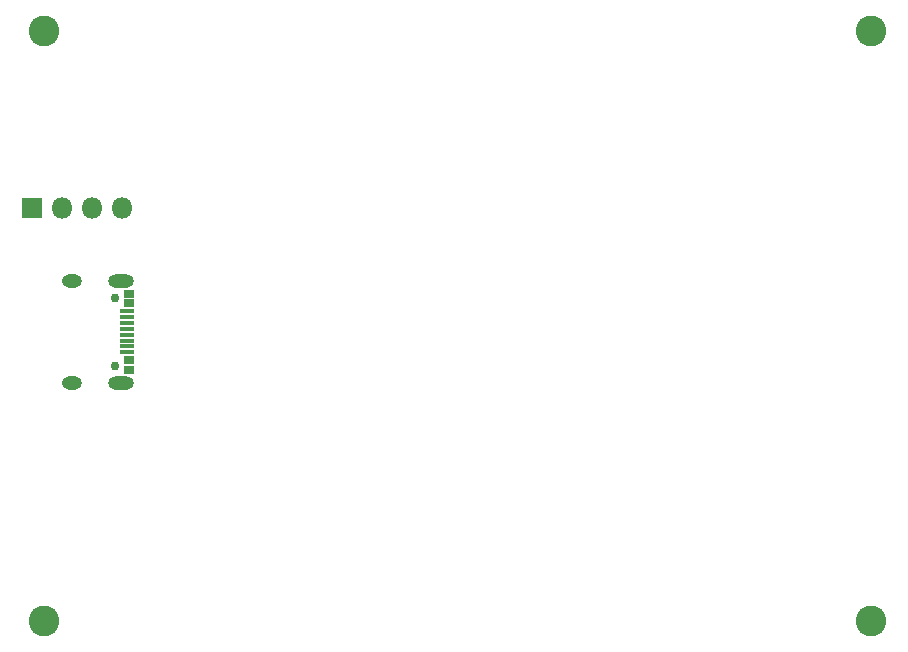
<source format=gbr>
G04 #@! TF.GenerationSoftware,KiCad,Pcbnew,(5.1.4-0-10_14)*
G04 #@! TF.CreationDate,2020-04-14T21:38:13-07:00*
G04 #@! TF.ProjectId,Activity_1,41637469-7669-4747-995f-312e6b696361,rev?*
G04 #@! TF.SameCoordinates,Original*
G04 #@! TF.FileFunction,Soldermask,Top*
G04 #@! TF.FilePolarity,Negative*
%FSLAX46Y46*%
G04 Gerber Fmt 4.6, Leading zero omitted, Abs format (unit mm)*
G04 Created by KiCad (PCBNEW (5.1.4-0-10_14)) date 2020-04-14 21:38:13*
%MOMM*%
%LPD*%
G04 APERTURE LIST*
%ADD10R,1.251600X0.401600*%
%ADD11R,0.951600X0.701600*%
%ADD12C,0.751600*%
%ADD13O,1.701600X1.101600*%
%ADD14O,2.201600X1.101600*%
%ADD15C,2.601600*%
%ADD16O,1.801600X1.801600*%
%ADD17R,1.801600X1.801600*%
G04 APERTURE END LIST*
D10*
X32020000Y-88750000D03*
D11*
X32170000Y-88100000D03*
D12*
X31045000Y-87610000D03*
D13*
X27395000Y-86180000D03*
X27395000Y-94820000D03*
D14*
X31545000Y-94820000D03*
D11*
X32170000Y-87300000D03*
D14*
X31545000Y-86180000D03*
D10*
X32020000Y-89250000D03*
X32020000Y-89750000D03*
X32020000Y-90250000D03*
X32020000Y-90750000D03*
X32020000Y-91250000D03*
X32020000Y-91750000D03*
X32020000Y-92250000D03*
D11*
X32170000Y-93700000D03*
X32170000Y-92900000D03*
D12*
X31045000Y-93390000D03*
D15*
X25000000Y-65000000D03*
X95000000Y-65000000D03*
X95000000Y-115000000D03*
X25000000Y-115000000D03*
D16*
X31620000Y-80000000D03*
X29080000Y-80000000D03*
X26540000Y-80000000D03*
D17*
X24000000Y-80000000D03*
M02*

</source>
